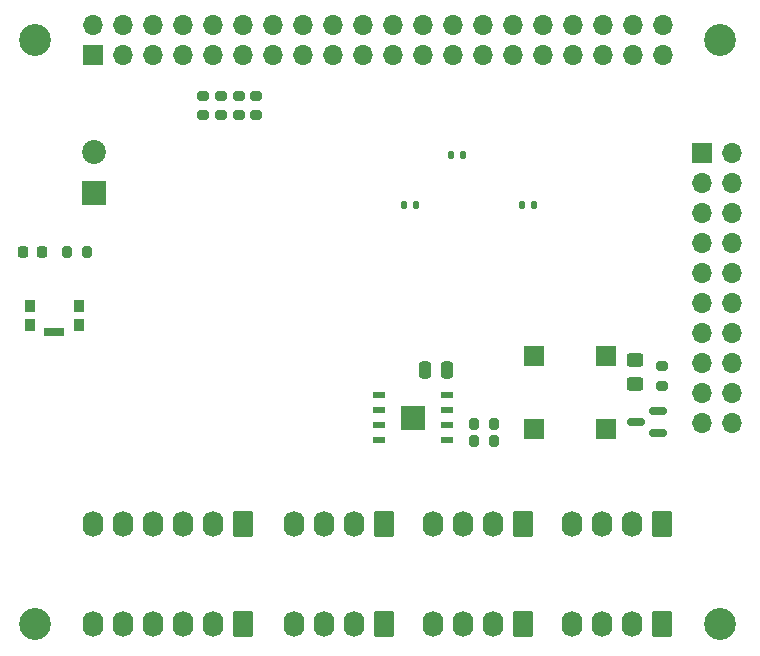
<source format=gbr>
%TF.GenerationSoftware,KiCad,Pcbnew,(6.0.0-rc1-29-g9238b27f63)*%
%TF.CreationDate,2021-12-03T15:56:35+01:00*%
%TF.ProjectId,robolympics_shield,726f626f-6c79-46d7-9069-63735f736869,rev?*%
%TF.SameCoordinates,Original*%
%TF.FileFunction,Soldermask,Top*%
%TF.FilePolarity,Negative*%
%FSLAX46Y46*%
G04 Gerber Fmt 4.6, Leading zero omitted, Abs format (unit mm)*
G04 Created by KiCad (PCBNEW (6.0.0-rc1-29-g9238b27f63)) date 2021-12-03 15:56:35*
%MOMM*%
%LPD*%
G01*
G04 APERTURE LIST*
G04 Aperture macros list*
%AMRoundRect*
0 Rectangle with rounded corners*
0 $1 Rounding radius*
0 $2 $3 $4 $5 $6 $7 $8 $9 X,Y pos of 4 corners*
0 Add a 4 corners polygon primitive as box body*
4,1,4,$2,$3,$4,$5,$6,$7,$8,$9,$2,$3,0*
0 Add four circle primitives for the rounded corners*
1,1,$1+$1,$2,$3*
1,1,$1+$1,$4,$5*
1,1,$1+$1,$6,$7*
1,1,$1+$1,$8,$9*
0 Add four rect primitives between the rounded corners*
20,1,$1+$1,$2,$3,$4,$5,0*
20,1,$1+$1,$4,$5,$6,$7,0*
20,1,$1+$1,$6,$7,$8,$9,0*
20,1,$1+$1,$8,$9,$2,$3,0*%
G04 Aperture macros list end*
%ADD10C,2.700000*%
%ADD11RoundRect,0.200000X0.200000X0.275000X-0.200000X0.275000X-0.200000X-0.275000X0.200000X-0.275000X0*%
%ADD12R,2.025000X2.025000*%
%ADD13C,2.025000*%
%ADD14RoundRect,0.250000X0.620000X0.845000X-0.620000X0.845000X-0.620000X-0.845000X0.620000X-0.845000X0*%
%ADD15O,1.740000X2.190000*%
%ADD16RoundRect,0.250000X0.250000X0.475000X-0.250000X0.475000X-0.250000X-0.475000X0.250000X-0.475000X0*%
%ADD17RoundRect,0.200000X0.275000X-0.200000X0.275000X0.200000X-0.275000X0.200000X-0.275000X-0.200000X0*%
%ADD18RoundRect,0.200000X-0.200000X-0.275000X0.200000X-0.275000X0.200000X0.275000X-0.200000X0.275000X0*%
%ADD19RoundRect,0.150000X0.587500X0.150000X-0.587500X0.150000X-0.587500X-0.150000X0.587500X-0.150000X0*%
%ADD20RoundRect,0.250000X-0.450000X0.325000X-0.450000X-0.325000X0.450000X-0.325000X0.450000X0.325000X0*%
%ADD21RoundRect,0.147500X0.147500X0.172500X-0.147500X0.172500X-0.147500X-0.172500X0.147500X-0.172500X0*%
%ADD22R,1.700000X1.700000*%
%ADD23O,1.700000X1.700000*%
%ADD24R,1.800000X1.800000*%
%ADD25RoundRect,0.218750X-0.218750X-0.256250X0.218750X-0.256250X0.218750X0.256250X-0.218750X0.256250X0*%
%ADD26R,1.100000X0.500000*%
%ADD27R,2.000000X2.000000*%
%ADD28R,0.900000X1.000000*%
%ADD29R,1.700000X0.800000*%
G04 APERTURE END LIST*
D10*
%TO.C,H1*%
X128250000Y-49000000D03*
%TD*%
D11*
%TO.C,R8*%
X109080000Y-81500000D03*
X107430000Y-81500000D03*
%TD*%
D12*
%TO.C,J3*%
X75250000Y-62000000D03*
D13*
X75250000Y-58500000D03*
%TD*%
D14*
%TO.C,J9*%
X99810000Y-98480000D03*
D15*
X97270000Y-98480000D03*
X94730000Y-98480000D03*
X92190000Y-98480000D03*
%TD*%
D16*
%TO.C,C1*%
X105155000Y-76930000D03*
X103255000Y-76930000D03*
%TD*%
D10*
%TO.C,H3*%
X70250000Y-98500000D03*
%TD*%
%TO.C,H4*%
X70250000Y-49000000D03*
%TD*%
D17*
%TO.C,R4*%
X89000000Y-55375000D03*
X89000000Y-53725000D03*
%TD*%
D14*
%TO.C,J5*%
X87870000Y-98480000D03*
D15*
X85330000Y-98480000D03*
X82790000Y-98480000D03*
X80250000Y-98480000D03*
X77710000Y-98480000D03*
X75170000Y-98480000D03*
%TD*%
D18*
%TO.C,R5*%
X72975000Y-66950000D03*
X74625000Y-66950000D03*
%TD*%
D17*
%TO.C,R3*%
X87500000Y-55375000D03*
X87500000Y-53725000D03*
%TD*%
%TO.C,R2*%
X86000000Y-55375000D03*
X86000000Y-53725000D03*
%TD*%
D14*
%TO.C,J4*%
X87870000Y-89980000D03*
D15*
X85330000Y-89980000D03*
X82790000Y-89980000D03*
X80250000Y-89980000D03*
X77710000Y-89980000D03*
X75170000Y-89980000D03*
%TD*%
D19*
%TO.C,Q1*%
X122999511Y-82324511D03*
X122999511Y-80424511D03*
X121124511Y-81374511D03*
%TD*%
D17*
%TO.C,R1*%
X123312011Y-78274511D03*
X123312011Y-76624511D03*
%TD*%
D14*
%TO.C,J11*%
X123310000Y-98480000D03*
D15*
X120770000Y-98480000D03*
X118230000Y-98480000D03*
X115690000Y-98480000D03*
%TD*%
D20*
%TO.C,D1*%
X121062011Y-76099511D03*
X121062011Y-78149511D03*
%TD*%
D14*
%TO.C,J10*%
X123310000Y-89980000D03*
D15*
X120770000Y-89980000D03*
X118230000Y-89980000D03*
X115690000Y-89980000D03*
%TD*%
D21*
%TO.C,D4*%
X106485000Y-58750000D03*
X105515000Y-58750000D03*
%TD*%
D22*
%TO.C,J2*%
X126725000Y-58575000D03*
D23*
X129265000Y-58575000D03*
X126725000Y-61115000D03*
X129265000Y-61115000D03*
X126725000Y-63655000D03*
X129265000Y-63655000D03*
X126725000Y-66195000D03*
X129265000Y-66195000D03*
X126725000Y-68735000D03*
X129265000Y-68735000D03*
X126725000Y-71275000D03*
X129265000Y-71275000D03*
X126725000Y-73815000D03*
X129265000Y-73815000D03*
X126725000Y-76355000D03*
X129265000Y-76355000D03*
X126725000Y-78895000D03*
X129265000Y-78895000D03*
X126725000Y-81435000D03*
X129265000Y-81435000D03*
%TD*%
D11*
%TO.C,R7*%
X109080000Y-83000000D03*
X107430000Y-83000000D03*
%TD*%
D24*
%TO.C,LS1*%
X118637011Y-75799511D03*
X118637011Y-81949511D03*
X112487011Y-81949511D03*
X112487011Y-75799511D03*
%TD*%
D14*
%TO.C,J7*%
X111560000Y-98480000D03*
D15*
X109020000Y-98480000D03*
X106480000Y-98480000D03*
X103940000Y-98480000D03*
%TD*%
D21*
%TO.C,D2*%
X102485000Y-63000000D03*
X101515000Y-63000000D03*
%TD*%
D25*
%TO.C,D5*%
X69262500Y-66950000D03*
X70837500Y-66950000D03*
%TD*%
D17*
%TO.C,R6*%
X84500000Y-55375000D03*
X84500000Y-53725000D03*
%TD*%
D21*
%TO.C,D3*%
X112485000Y-63000000D03*
X111515000Y-63000000D03*
%TD*%
D10*
%TO.C,H2*%
X128250000Y-98500000D03*
%TD*%
D26*
%TO.C,U1*%
X99355000Y-79095000D03*
X99355000Y-80365000D03*
X99355000Y-81635000D03*
X99355000Y-82905000D03*
X105155000Y-82905000D03*
X105155000Y-81635000D03*
X105155000Y-80365000D03*
X105155000Y-79095000D03*
D27*
X102255000Y-81000000D03*
%TD*%
D14*
%TO.C,J8*%
X99810000Y-90020000D03*
D15*
X97270000Y-90020000D03*
X94730000Y-90020000D03*
X92190000Y-90020000D03*
%TD*%
D28*
%TO.C,S1*%
X69850000Y-73125000D03*
X73950000Y-73125000D03*
X73950000Y-71525000D03*
X69850000Y-71525000D03*
D29*
X71900000Y-73775000D03*
%TD*%
D14*
%TO.C,J6*%
X111560000Y-90000000D03*
D15*
X109020000Y-90000000D03*
X106480000Y-90000000D03*
X103940000Y-90000000D03*
%TD*%
D22*
%TO.C,J1*%
X75150000Y-50290000D03*
D23*
X75150000Y-47750000D03*
X77690000Y-50290000D03*
X77690000Y-47750000D03*
X80230000Y-50290000D03*
X80230000Y-47750000D03*
X82770000Y-50290000D03*
X82770000Y-47750000D03*
X85310000Y-50290000D03*
X85310000Y-47750000D03*
X87850000Y-50290000D03*
X87850000Y-47750000D03*
X90390000Y-50290000D03*
X90390000Y-47750000D03*
X92930000Y-50290000D03*
X92930000Y-47750000D03*
X95470000Y-50290000D03*
X95470000Y-47750000D03*
X98010000Y-50290000D03*
X98010000Y-47750000D03*
X100550000Y-50290000D03*
X100550000Y-47750000D03*
X103090000Y-50290000D03*
X103090000Y-47750000D03*
X105630000Y-50290000D03*
X105630000Y-47750000D03*
X108170000Y-50290000D03*
X108170000Y-47750000D03*
X110710000Y-50290000D03*
X110710000Y-47750000D03*
X113250000Y-50290000D03*
X113250000Y-47750000D03*
X115790000Y-50290000D03*
X115790000Y-47750000D03*
X118330000Y-50290000D03*
X118330000Y-47750000D03*
X120870000Y-50290000D03*
X120870000Y-47750000D03*
X123410000Y-50290000D03*
X123410000Y-47750000D03*
%TD*%
M02*

</source>
